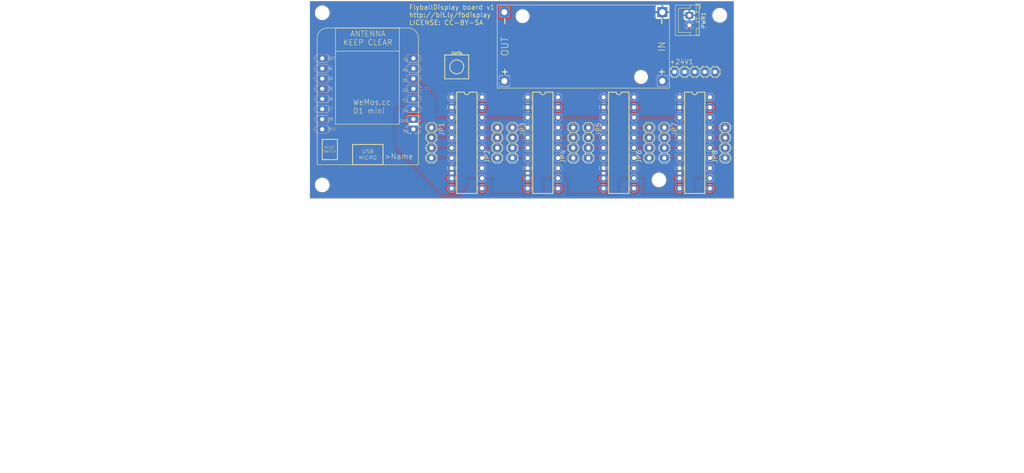
<source format=kicad_pcb>
(kicad_pcb (version 20211014) (generator pcbnew)
  (layers (0 "F.Cu" signal "Top") (31 "B.Cu" signal "Bottom") (34 "B.Paste" user) (35 "F.Paste" user) (36 "B.SilkS" user "B.Silkscreen") (37 "F.SilkS" user "F.Silkscreen") (38 "B.Mask" user) (39 "F.Mask" user) (44 "Edge.Cuts" user))
  (net 0 "")
  (net 1 "GND")
  (net 2 "+5V")
  (net 3 "+24V")
  (net 4 "/LATCH")
  (net 5 "/CLOCK")
  (net 6 "Net-(JP2-Pad1)")
  (net 7 "Net-(JP2-Pad2)")
  (net 8 "Net-(JP2-Pad3)")
  (net 9 "Net-(JP2-Pad4)")
  (net 10 "Net-(U1-Pad18)")
  (net 12 "Net-(JP1-Pad4)")
  (net 13 "Net-(JP1-Pad3)")
  (net 14 "Net-(JP1-Pad2)")
  (net 15 "Net-(JP1-Pad1)")
  (net 16 "Net-(U1-Pad3)")
  (net 18 "Net-(JP4-Pad1)")
  (net 19 "Net-(JP4-Pad2)")
  (net 20 "Net-(JP4-Pad3)")
  (net 21 "Net-(JP4-Pad4)")
  (net 22 "Net-(U2-Pad18)")
  (net 24 "Net-(JP3-Pad4)")
  (net 25 "Net-(JP3-Pad3)")
  (net 26 "Net-(JP3-Pad2)")
  (net 27 "Net-(JP3-Pad1)")
  (net 35 "Net-(S1-PadB2)")
  (net 40 "Net-(JP6-Pad1)")
  (net 41 "Net-(JP6-Pad2)")
  (net 42 "Net-(JP6-Pad3)")
  (net 43 "Net-(JP6-Pad4)")
  (net 44 "Net-(U3-Pad18)")
  (net 46 "Net-(JP5-Pad4)")
  (net 47 "Net-(JP5-Pad3)")
  (net 48 "Net-(JP5-Pad2)")
  (net 49 "Net-(JP5-Pad1)")
  (net 51 "Net-(JP8-Pad1)")
  (net 52 "Net-(JP8-Pad2)")
  (net 53 "Net-(JP8-Pad3)")
  (net 54 "Net-(JP8-Pad4)")
  (net 57 "Net-(JP7-Pad4)")
  (net 58 "Net-(JP7-Pad3)")
  (net 59 "Net-(JP7-Pad2)")
  (net 60 "Net-(JP7-Pad1)")
  (footprint "FlyballDisplay:DIL20" (layer "F.Cu") (at 134.6961 115.7936 -90)
    (fp_text reference "U1")
    (fp_text value "TPIC6B595PTH")
    (pad "1" thru_hole circle locked (at -11.43 3.81) (size 1.9304 1.9304) (drill 1.016) (layers *.Cu *.Mask))
    (pad "2" thru_hole circle locked (at -8.89 3.81) (size 1.9304 1.9304) (drill 1.016) (layers *.Cu *.Mask) (net 2 "+5V"))
    (pad "3" thru_hole circle locked (at -6.35 3.81) (size 1.9304 1.9304) (drill 1.016) (layers *.Cu *.Mask) (net 16 "Net-(U1-Pad3)"))
    (pad "4" thru_hole circle locked (at -3.81 3.81) (size 1.9304 1.9304) (drill 1.016) (layers *.Cu *.Mask) (net 15 "Net-(JP1-Pad1)"))
    (pad "5" thru_hole circle locked (at -1.27 3.81) (size 1.9304 1.9304) (drill 1.016) (layers *.Cu *.Mask) (net 14 "Net-(JP1-Pad2)"))
    (pad "6" thru_hole circle locked (at 1.27 3.81) (size 1.9304 1.9304) (drill 1.016) (layers *.Cu *.Mask) (net 13 "Net-(JP1-Pad3)"))
    (pad "7" thru_hole circle locked (at 3.81 3.81) (size 1.9304 1.9304) (drill 1.016) (layers *.Cu *.Mask) (net 12 "Net-(JP1-Pad4)"))
    (pad "8" thru_hole circle locked (at 6.35 3.81) (size 1.9304 1.9304) (drill 1.016) (layers *.Cu *.Mask) (net 2 "+5V"))
    (pad "9" thru_hole circle locked (at 8.89 3.81) (size 1.9304 1.9304) (drill 1.016) (layers *.Cu *.Mask) (net 1 "GND"))
    (pad "10" thru_hole circle locked (at 11.43 3.81) (size 1.9304 1.9304) (drill 1.016) (layers *.Cu *.Mask) (net 1 "GND"))
    (pad "11" thru_hole circle locked (at 11.43 -3.81) (size 1.9304 1.9304) (drill 1.016) (layers *.Cu *.Mask) (net 1 "GND"))
    (pad "12" thru_hole circle locked (at 8.89 -3.81) (size 1.9304 1.9304) (drill 1.016) (layers *.Cu *.Mask) (net 4 "/LATCH"))
    (pad "13" thru_hole circle locked (at 6.35 -3.81) (size 1.9304 1.9304) (drill 1.016) (layers *.Cu *.Mask) (net 5 "/CLOCK"))
    (pad "14" thru_hole circle locked (at 3.81 -3.81) (size 1.9304 1.9304) (drill 1.016) (layers *.Cu *.Mask) (net 6 "Net-(JP2-Pad1)"))
    (pad "15" thru_hole circle locked (at 1.27 -3.81) (size 1.9304 1.9304) (drill 1.016) (layers *.Cu *.Mask) (net 7 "Net-(JP2-Pad2)"))
    (pad "16" thru_hole circle locked (at -1.27 -3.81) (size 1.9304 1.9304) (drill 1.016) (layers *.Cu *.Mask) (net 8 "Net-(JP2-Pad3)"))
    (pad "17" thru_hole circle locked (at -3.81 -3.81) (size 1.9304 1.9304) (drill 1.016) (layers *.Cu *.Mask) (net 9 "Net-(JP2-Pad4)"))
    (pad "18" thru_hole circle locked (at -6.35 -3.81) (size 1.9304 1.9304) (drill 1.016) (layers *.Cu *.Mask) (net 10 "Net-(U1-Pad18)"))
    (pad "19" thru_hole circle locked (at -8.89 -3.81) (size 1.9304 1.9304) (drill 1.016) (layers *.Cu *.Mask) (net 1 "GND"))
    (pad "20" thru_hole circle locked (at -11.43 -3.81) (size 1.9304 1.9304) (drill 1.016) (layers *.Cu *.Mask))
  )
  (footprint "FlyballDisplay:DIL20" (layer "F.Cu") (at 153.7461 115.7936 -90)
    (fp_text reference "U2")
    (fp_text value "TPIC6B595PTH")
    (pad "1" thru_hole circle locked (at -11.43 3.81) (size 1.9304 1.9304) (drill 1.016) (layers *.Cu *.Mask))
    (pad "2" thru_hole circle locked (at -8.89 3.81) (size 1.9304 1.9304) (drill 1.016) (layers *.Cu *.Mask) (net 2 "+5V"))
    (pad "3" thru_hole circle locked (at -6.35 3.81) (size 1.9304 1.9304) (drill 1.016) (layers *.Cu *.Mask) (net 10 "Net-(U1-Pad18)"))
    (pad "4" thru_hole circle locked (at -3.81 3.81) (size 1.9304 1.9304) (drill 1.016) (layers *.Cu *.Mask) (net 27 "Net-(JP3-Pad1)"))
    (pad "5" thru_hole circle locked (at -1.27 3.81) (size 1.9304 1.9304) (drill 1.016) (layers *.Cu *.Mask) (net 26 "Net-(JP3-Pad2)"))
    (pad "6" thru_hole circle locked (at 1.27 3.81) (size 1.9304 1.9304) (drill 1.016) (layers *.Cu *.Mask) (net 25 "Net-(JP3-Pad3)"))
    (pad "7" thru_hole circle locked (at 3.81 3.81) (size 1.9304 1.9304) (drill 1.016) (layers *.Cu *.Mask) (net 24 "Net-(JP3-Pad4)"))
    (pad "8" thru_hole circle locked (at 6.35 3.81) (size 1.9304 1.9304) (drill 1.016) (layers *.Cu *.Mask) (net 2 "+5V"))
    (pad "9" thru_hole circle locked (at 8.89 3.81) (size 1.9304 1.9304) (drill 1.016) (layers *.Cu *.Mask) (net 1 "GND"))
    (pad "10" thru_hole circle locked (at 11.43 3.81) (size 1.9304 1.9304) (drill 1.016) (layers *.Cu *.Mask) (net 1 "GND"))
    (pad "11" thru_hole circle locked (at 11.43 -3.81) (size 1.9304 1.9304) (drill 1.016) (layers *.Cu *.Mask) (net 1 "GND"))
    (pad "12" thru_hole circle locked (at 8.89 -3.81) (size 1.9304 1.9304) (drill 1.016) (layers *.Cu *.Mask) (net 4 "/LATCH"))
    (pad "13" thru_hole circle locked (at 6.35 -3.81) (size 1.9304 1.9304) (drill 1.016) (layers *.Cu *.Mask) (net 5 "/CLOCK"))
    (pad "14" thru_hole circle locked (at 3.81 -3.81) (size 1.9304 1.9304) (drill 1.016) (layers *.Cu *.Mask) (net 18 "Net-(JP4-Pad1)"))
    (pad "15" thru_hole circle locked (at 1.27 -3.81) (size 1.9304 1.9304) (drill 1.016) (layers *.Cu *.Mask) (net 19 "Net-(JP4-Pad2)"))
    (pad "16" thru_hole circle locked (at -1.27 -3.81) (size 1.9304 1.9304) (drill 1.016) (layers *.Cu *.Mask) (net 20 "Net-(JP4-Pad3)"))
    (pad "17" thru_hole circle locked (at -3.81 -3.81) (size 1.9304 1.9304) (drill 1.016) (layers *.Cu *.Mask) (net 21 "Net-(JP4-Pad4)"))
    (pad "18" thru_hole circle locked (at -6.35 -3.81) (size 1.9304 1.9304) (drill 1.016) (layers *.Cu *.Mask) (net 22 "Net-(U2-Pad18)"))
    (pad "19" thru_hole circle locked (at -8.89 -3.81) (size 1.9304 1.9304) (drill 1.016) (layers *.Cu *.Mask) (net 1 "GND"))
    (pad "20" thru_hole circle locked (at -11.43 -3.81) (size 1.9304 1.9304) (drill 1.016) (layers *.Cu *.Mask))
  )
  (footprint "FlyballDisplay:WEMOS-D1-MINI" (layer "F.Cu") (at 108.585 102.235)
    (fp_text reference "WEMOS1" hide)
    (fp_text value "WEMOS-D1-MINI" hide)
    (fp_text user "ANTENNA\nKEEP CLEAR" (at 1.27 -12.7) (layer "F.SilkS") (effects (font (size 1.35128 1.35128) (thickness 0.113792))))
    (fp_text user "5V" (at 11.43 10.16) (layer "F.SilkS") (effects (font (size 0.7239 0.7239) (thickness 0.06096)) (justify right top)))
    (fp_text user "D8" (at -8.89 7.62) (layer "F.SilkS") (effects (font (size 0.7239 0.7239) (thickness 0.06096)) (justify left)))
    (fp_text user "A0" (at -8.89 -5.08) (layer "F.SilkS") (effects (font (size 0.7239 0.7239) (thickness 0.06096)) (justify left)))
    (fp_text user "3V3" (at -8.89 10.16) (layer "F.SilkS") (effects (font (size 0.7239 0.7239) (thickness 0.06096)) (justify left)))
    (fp_text user "RST" (at -8.89 -7.62) (layer "F.SilkS") (effects (font (size 0.7239 0.7239) (thickness 0.06096)) (justify left)))
    (fp_text user "RX" (at 11.43 -5.08) (layer "F.SilkS") (effects (font (size 0.7239 0.7239) (thickness 0.06096)) (justify right top)))
    (fp_text user ">Name" (at 12.7 17.78) (layer "F.SilkS") (effects (font (size 1.35128 1.35128) (thickness 0.113792)) (justify right bottom)))
    (fp_text user "GND" (at 11.43 7.62) (layer "F.SilkS") (effects (font (size 0.7239 0.7239) (thickness 0.06096)) (justify right top)))
    (fp_text user "D6" (at -8.89 2.54) (layer "F.SilkS") (effects (font (size 0.7239 0.7239) (thickness 0.06096)) (justify left)))
    (fp_text user "RESET\nSWITCH" (at -8.255 15.24) (layer "F.SilkS") (effects (font (size 0.60325 0.60325) (thickness 0.0508))))
    (fp_text user "D1" (at 11.43 -2.54) (layer "F.SilkS") (effects (font (size 0.7239 0.7239) (thickness 0.06096)) (justify right top)))
    (fp_text user "D4" (at 11.43 5.08) (layer "F.SilkS") (effects (font (size 0.7239 0.7239) (thickness 0.06096)) (justify right top)))
    (fp_text user "D3" (at 11.43 2.54) (layer "F.SilkS") (effects (font (size 0.7239 0.7239) (thickness 0.06096)) (justify right top)))
    (fp_text user "WeMos.cc\nD1 mini" (at -2.54 6.35) (layer "F.SilkS") (effects (font (size 1.35128 1.35128) (thickness 0.113792)) (justify left bottom)))
    (fp_text user "D2" (at 11.43 0) (layer "F.SilkS") (effects (font (size 0.7239 0.7239) (thickness 0.06096)) (justify right top)))
    (fp_text user "D0" (at -8.89 -2.54) (layer "F.SilkS") (effects (font (size 0.7239 0.7239) (thickness 0.06096)) (justify left)))
    (fp_text user "USB\nMICRO" (at 1.27 16.51) (layer "F.SilkS") (effects (font (size 0.9652 0.9652) (thickness 0.08128))))
    (fp_text user "TX" (at 11.43 -7.62) (layer "F.SilkS") (effects (font (size 0.7239 0.7239) (thickness 0.06096)) (justify right top)))
    (fp_text user "D7" (at -8.89 5.08) (layer "F.SilkS") (effects (font (size 0.7239 0.7239) (thickness 0.06096)) (justify left)))
    (fp_text user "D5" (at -8.89 0) (layer "F.SilkS") (effects (font (size 0.7239 0.7239) (thickness 0.06096)) (justify left)))
    (pad "3V3" thru_hole oval locked (at -10.16 10.16 180) (size 3.6576 1.8288) (drill 1.016) (layers *.Cu *.Mask))
    (pad "5V" thru_hole oval locked (at 12.7 10.16) (size 3.6576 1.8288) (drill 1.016) (layers *.Cu *.Mask) (net 2 "+5V"))
    (pad "A0" thru_hole oval locked (at -10.16 -5.08 180) (size 3.6576 1.8288) (drill 1.016) (layers *.Cu *.Mask))
    (pad "D0" thru_hole oval locked (at -10.16 -2.54 180) (size 3.6576 1.8288) (drill 1.016) (layers *.Cu *.Mask))
    (pad "D1" thru_hole oval locked (at 12.7 -2.54) (size 3.6576 1.8288) (drill 1.016) (layers *.Cu *.Mask) (net 16 "Net-(U1-Pad3)"))
    (pad "D2" thru_hole oval locked (at 12.7 0) (size 3.6576 1.8288) (drill 1.016) (layers *.Cu *.Mask) (net 5 "/CLOCK"))
    (pad "D3" thru_hole oval locked (at 12.7 2.54) (size 3.6576 1.8288) (drill 1.016) (layers *.Cu *.Mask) (net 4 "/LATCH"))
    (pad "D4" thru_hole oval locked (at 12.7 5.08) (size 3.6576 1.8288) (drill 1.016) (layers *.Cu *.Mask))
    (pad "D5" thru_hole oval locked (at -10.16 0 180) (size 3.6576 1.8288) (drill 1.016) (layers *.Cu *.Mask))
    (pad "D6" thru_hole oval locked (at -10.16 2.54 180) (size 3.6576 1.8288) (drill 1.016) (layers *.Cu *.Mask))
    (pad "D7" thru_hole oval locked (at -10.16 5.08 180) (size 3.6576 1.8288) (drill 1.016) (layers *.Cu *.Mask))
    (pad "D8" thru_hole oval locked (at -10.16 7.62 180) (size 3.6576 1.8288) (drill 1.016) (layers *.Cu *.Mask) (net 35 "Net-(S1-PadB2)"))
    (pad "GND" thru_hole oval locked (at 12.7 7.62) (size 3.6576 1.8288) (drill 1.016) (layers *.Cu *.Mask) (net 1 "GND"))
    (pad "RESET" thru_hole oval locked (at -10.16 -7.62 180) (size 3.6576 1.8288) (drill 1.016) (layers *.Cu *.Mask))
    (pad "RX" thru_hole oval locked (at 12.7 -5.08) (size 3.6576 1.8288) (drill 1.016) (layers *.Cu *.Mask))
    (pad "TX" thru_hole oval locked (at 12.7 -7.62) (size 3.6576 1.8288) (drill 1.016) (layers *.Cu *.Mask))
  )
  (footprint "FlyballDisplay:1X04" (layer "F.Cu") (at 125.8061 115.7936 -90)
    (fp_text reference "JP1" (at -5.1562 -1.8288 -90) (layer "F.SilkS") (effects (font (size 1.2065 1.2065) (thickness 0.127)) (justify right top)))
    (fp_text value "PINHD-1X4")
    (pad "1" thru_hole oval locked (at -3.81 0) (size 3.032 1.516) (drill 1.016) (layers *.Cu *.Mask) (net 15 "Net-(JP1-Pad1)"))
    (pad "2" thru_hole oval locked (at -1.27 0) (size 3.032 1.516) (drill 1.016) (layers *.Cu *.Mask) (net 14 "Net-(JP1-Pad2)"))
    (pad "3" thru_hole oval locked (at 1.27 0) (size 3.032 1.516) (drill 1.016) (layers *.Cu *.Mask) (net 13 "Net-(JP1-Pad3)"))
    (pad "4" thru_hole oval locked (at 3.81 0) (size 3.032 1.516) (drill 1.016) (layers *.Cu *.Mask) (net 12 "Net-(JP1-Pad4)"))
  )
  (footprint "FlyballDisplay:1X04" (layer "F.Cu") (at 142.3161 115.7936 90)
    (fp_text reference "JP2" (at -5.1562 -1.8288 90) (layer "F.SilkS") (effects (font (size 1.2065 1.2065) (thickness 0.127)) (justify left bottom)))
    (fp_text value "PINHD-1X4")
    (pad "1" thru_hole oval locked (at -3.81 0 180) (size 3.032 1.516) (drill 1.016) (layers *.Cu *.Mask) (net 6 "Net-(JP2-Pad1)"))
    (pad "2" thru_hole oval locked (at -1.27 0 180) (size 3.032 1.516) (drill 1.016) (layers *.Cu *.Mask) (net 7 "Net-(JP2-Pad2)"))
    (pad "3" thru_hole oval locked (at 1.27 0 180) (size 3.032 1.516) (drill 1.016) (layers *.Cu *.Mask) (net 8 "Net-(JP2-Pad3)"))
    (pad "4" thru_hole oval locked (at 3.81 0 180) (size 3.032 1.516) (drill 1.016) (layers *.Cu *.Mask) (net 9 "Net-(JP2-Pad4)"))
  )
  (footprint "FlyballDisplay:1X04" (layer "F.Cu") (at 146.1261 115.7936 -90)
    (fp_text reference "JP3" (at -5.1562 -1.8288 -90) (layer "F.SilkS") (effects (font (size 1.2065 1.2065) (thickness 0.127)) (justify right top)))
    (fp_text value "PINHD-1X4")
    (pad "1" thru_hole oval locked (at -3.81 0) (size 3.032 1.516) (drill 1.016) (layers *.Cu *.Mask) (net 27 "Net-(JP3-Pad1)"))
    (pad "2" thru_hole oval locked (at -1.27 0) (size 3.032 1.516) (drill 1.016) (layers *.Cu *.Mask) (net 26 "Net-(JP3-Pad2)"))
    (pad "3" thru_hole oval locked (at 1.27 0) (size 3.032 1.516) (drill 1.016) (layers *.Cu *.Mask) (net 25 "Net-(JP3-Pad3)"))
    (pad "4" thru_hole oval locked (at 3.81 0) (size 3.032 1.516) (drill 1.016) (layers *.Cu *.Mask) (net 24 "Net-(JP3-Pad4)"))
  )
  (footprint "FlyballDisplay:1X04" (layer "F.Cu") (at 161.3661 115.7936 90)
    (fp_text reference "JP4" (at -5.1562 -1.8288 90) (layer "F.SilkS") (effects (font (size 1.2065 1.2065) (thickness 0.127)) (justify left bottom)))
    (fp_text value "PINHD-1X4")
    (pad "1" thru_hole oval locked (at -3.81 0 180) (size 3.032 1.516) (drill 1.016) (layers *.Cu *.Mask) (net 18 "Net-(JP4-Pad1)"))
    (pad "2" thru_hole oval locked (at -1.27 0 180) (size 3.032 1.516) (drill 1.016) (layers *.Cu *.Mask) (net 19 "Net-(JP4-Pad2)"))
    (pad "3" thru_hole oval locked (at 1.27 0 180) (size 3.032 1.516) (drill 1.016) (layers *.Cu *.Mask) (net 20 "Net-(JP4-Pad3)"))
    (pad "4" thru_hole oval locked (at 3.81 0 180) (size 3.032 1.516) (drill 1.016) (layers *.Cu *.Mask) (net 21 "Net-(JP4-Pad4)"))
  )
  (footprint "FlyballDisplay:DIL20" (layer "F.Cu") (at 172.7961 115.7936 -90)
    (fp_text reference "U3")
    (fp_text value "TPIC6B595PTH")
    (pad "1" thru_hole circle locked (at -11.43 3.81) (size 1.9304 1.9304) (drill 1.016) (layers *.Cu *.Mask))
    (pad "2" thru_hole circle locked (at -8.89 3.81) (size 1.9304 1.9304) (drill 1.016) (layers *.Cu *.Mask) (net 2 "+5V"))
    (pad "3" thru_hole circle locked (at -6.35 3.81) (size 1.9304 1.9304) (drill 1.016) (layers *.Cu *.Mask) (net 22 "Net-(U2-Pad18)"))
    (pad "4" thru_hole circle locked (at -3.81 3.81) (size 1.9304 1.9304) (drill 1.016) (layers *.Cu *.Mask) (net 49 "Net-(JP5-Pad1)"))
    (pad "5" thru_hole circle locked (at -1.27 3.81) (size 1.9304 1.9304) (drill 1.016) (layers *.Cu *.Mask) (net 48 "Net-(JP5-Pad2)"))
    (pad "6" thru_hole circle locked (at 1.27 3.81) (size 1.9304 1.9304) (drill 1.016) (layers *.Cu *.Mask) (net 47 "Net-(JP5-Pad3)"))
    (pad "7" thru_hole circle locked (at 3.81 3.81) (size 1.9304 1.9304) (drill 1.016) (layers *.Cu *.Mask) (net 46 "Net-(JP5-Pad4)"))
    (pad "8" thru_hole circle locked (at 6.35 3.81) (size 1.9304 1.9304) (drill 1.016) (layers *.Cu *.Mask) (net 2 "+5V"))
    (pad "9" thru_hole circle locked (at 8.89 3.81) (size 1.9304 1.9304) (drill 1.016) (layers *.Cu *.Mask) (net 1 "GND"))
    (pad "10" thru_hole circle locked (at 11.43 3.81) (size 1.9304 1.9304) (drill 1.016) (layers *.Cu *.Mask) (net 1 "GND"))
    (pad "11" thru_hole circle locked (at 11.43 -3.81) (size 1.9304 1.9304) (drill 1.016) (layers *.Cu *.Mask) (net 1 "GND"))
    (pad "12" thru_hole circle locked (at 8.89 -3.81) (size 1.9304 1.9304) (drill 1.016) (layers *.Cu *.Mask) (net 4 "/LATCH"))
    (pad "13" thru_hole circle locked (at 6.35 -3.81) (size 1.9304 1.9304) (drill 1.016) (layers *.Cu *.Mask) (net 5 "/CLOCK"))
    (pad "14" thru_hole circle locked (at 3.81 -3.81) (size 1.9304 1.9304) (drill 1.016) (layers *.Cu *.Mask) (net 40 "Net-(JP6-Pad1)"))
    (pad "15" thru_hole circle locked (at 1.27 -3.81) (size 1.9304 1.9304) (drill 1.016) (layers *.Cu *.Mask) (net 41 "Net-(JP6-Pad2)"))
    (pad "16" thru_hole circle locked (at -1.27 -3.81) (size 1.9304 1.9304) (drill 1.016) (layers *.Cu *.Mask) (net 42 "Net-(JP6-Pad3)"))
    (pad "17" thru_hole circle locked (at -3.81 -3.81) (size 1.9304 1.9304) (drill 1.016) (layers *.Cu *.Mask) (net 43 "Net-(JP6-Pad4)"))
    (pad "18" thru_hole circle locked (at -6.35 -3.81) (size 1.9304 1.9304) (drill 1.016) (layers *.Cu *.Mask) (net 44 "Net-(U3-Pad18)"))
    (pad "19" thru_hole circle locked (at -8.89 -3.81) (size 1.9304 1.9304) (drill 1.016) (layers *.Cu *.Mask) (net 1 "GND"))
    (pad "20" thru_hole circle locked (at -11.43 -3.81) (size 1.9304 1.9304) (drill 1.016) (layers *.Cu *.Mask))
  )
  (footprint "FlyballDisplay:1X04" (layer "F.Cu") (at 165.1761 115.7936 -90)
    (fp_text reference "JP5" (at -5.1562 -1.8288 -90) (layer "F.SilkS") (effects (font (size 1.2065 1.2065) (thickness 0.127)) (justify right top)))
    (fp_text value "PINHD-1X4")
    (pad "1" thru_hole oval locked (at -3.81 0) (size 3.032 1.516) (drill 1.016) (layers *.Cu *.Mask) (net 49 "Net-(JP5-Pad1)"))
    (pad "2" thru_hole oval locked (at -1.27 0) (size 3.032 1.516) (drill 1.016) (layers *.Cu *.Mask) (net 48 "Net-(JP5-Pad2)"))
    (pad "3" thru_hole oval locked (at 1.27 0) (size 3.032 1.516) (drill 1.016) (layers *.Cu *.Mask) (net 47 "Net-(JP5-Pad3)"))
    (pad "4" thru_hole oval locked (at 3.81 0) (size 3.032 1.516) (drill 1.016) (layers *.Cu *.Mask) (net 46 "Net-(JP5-Pad4)"))
  )
  (footprint "FlyballDisplay:1X04" (layer "F.Cu") (at 180.4161 115.7936 90)
    (fp_text reference "JP6" (at -5.1562 -1.8288 90) (layer "F.SilkS") (effects (font (size 1.2065 1.2065) (thickness 0.127)) (justify left bottom)))
    (fp_text value "PINHD-1X4")
    (pad "1" thru_hole oval locked (at -3.81 0 180) (size 3.032 1.516) (drill 1.016) (layers *.Cu *.Mask) (net 40 "Net-(JP6-Pad1)"))
    (pad "2" thru_hole oval locked (at -1.27 0 180) (size 3.032 1.516) (drill 1.016) (layers *.Cu *.Mask) (net 41 "Net-(JP6-Pad2)"))
    (pad "3" thru_hole oval locked (at 1.27 0 180) (size 3.032 1.516) (drill 1.016) (layers *.Cu *.Mask) (net 42 "Net-(JP6-Pad3)"))
    (pad "4" thru_hole oval locked (at 3.81 0 180) (size 3.032 1.516) (drill 1.016) (layers *.Cu *.Mask) (net 43 "Net-(JP6-Pad4)"))
  )
  (footprint "FlyballDisplay:DIL20" (layer "F.Cu") (at 191.8461 115.7936 -90)
    (fp_text reference "U4")
    (fp_text value "TPIC6B595PTH")
    (pad "1" thru_hole circle locked (at -11.43 3.81) (size 1.9304 1.9304) (drill 1.016) (layers *.Cu *.Mask))
    (pad "2" thru_hole circle locked (at -8.89 3.81) (size 1.9304 1.9304) (drill 1.016) (layers *.Cu *.Mask) (net 2 "+5V"))
    (pad "3" thru_hole circle locked (at -6.35 3.81) (size 1.9304 1.9304) (drill 1.016) (layers *.Cu *.Mask) (net 44 "Net-(U3-Pad18)"))
    (pad "4" thru_hole circle locked (at -3.81 3.81) (size 1.9304 1.9304) (drill 1.016) (layers *.Cu *.Mask) (net 60 "Net-(JP7-Pad1)"))
    (pad "5" thru_hole circle locked (at -1.27 3.81) (size 1.9304 1.9304) (drill 1.016) (layers *.Cu *.Mask) (net 59 "Net-(JP7-Pad2)"))
    (pad "6" thru_hole circle locked (at 1.27 3.81) (size 1.9304 1.9304) (drill 1.016) (layers *.Cu *.Mask) (net 58 "Net-(JP7-Pad3)"))
    (pad "7" thru_hole circle locked (at 3.81 3.81) (size 1.9304 1.9304) (drill 1.016) (layers *.Cu *.Mask) (net 57 "Net-(JP7-Pad4)"))
    (pad "8" thru_hole circle locked (at 6.35 3.81) (size 1.9304 1.9304) (drill 1.016) (layers *.Cu *.Mask) (net 2 "+5V"))
    (pad "9" thru_hole circle locked (at 8.89 3.81) (size 1.9304 1.9304) (drill 1.016) (layers *.Cu *.Mask) (net 1 "GND"))
    (pad "10" thru_hole circle locked (at 11.43 3.81) (size 1.9304 1.9304) (drill 1.016) (layers *.Cu *.Mask) (net 1 "GND"))
    (pad "11" thru_hole circle locked (at 11.43 -3.81) (size 1.9304 1.9304) (drill 1.016) (layers *.Cu *.Mask) (net 1 "GND"))
    (pad "12" thru_hole circle locked (at 8.89 -3.81) (size 1.9304 1.9304) (drill 1.016) (layers *.Cu *.Mask) (net 4 "/LATCH"))
    (pad "13" thru_hole circle locked (at 6.35 -3.81) (size 1.9304 1.9304) (drill 1.016) (layers *.Cu *.Mask) (net 5 "/CLOCK"))
    (pad "14" thru_hole circle locked (at 3.81 -3.81) (size 1.9304 1.9304) (drill 1.016) (layers *.Cu *.Mask) (net 51 "Net-(JP8-Pad1)"))
    (pad "15" thru_hole circle locked (at 1.27 -3.81) (size 1.9304 1.9304) (drill 1.016) (layers *.Cu *.Mask) (net 52 "Net-(JP8-Pad2)"))
    (pad "16" thru_hole circle locked (at -1.27 -3.81) (size 1.9304 1.9304) (drill 1.016) (layers *.Cu *.Mask) (net 53 "Net-(JP8-Pad3)"))
    (pad "17" thru_hole circle locked (at -3.81 -3.81) (size 1.9304 1.9304) (drill 1.016) (layers *.Cu *.Mask) (net 54 "Net-(JP8-Pad4)"))
    (pad "18" thru_hole circle locked (at -6.35 -3.81) (size 1.9304 1.9304) (drill 1.016) (layers *.Cu *.Mask))
    (pad "19" thru_hole circle locked (at -8.89 -3.81) (size 1.9304 1.9304) (drill 1.016) (layers *.Cu *.Mask) (net 1 "GND"))
    (pad "20" thru_hole circle locked (at -11.43 -3.81) (size 1.9304 1.9304) (drill 1.016) (layers *.Cu *.Mask))
  )
  (footprint "FlyballDisplay:1X04" (layer "F.Cu") (at 184.2261 115.7936 -90)
    (fp_text reference "JP7" (at -5.1562 -1.8288 -90) (layer "F.SilkS") (effects (font (size 1.2065 1.2065) (thickness 0.127)) (justify right top)))
    (fp_text value "PINHD-1X4")
    (pad "1" thru_hole oval locked (at -3.81 0) (size 3.032 1.516) (drill 1.016) (layers *.Cu *.Mask) (net 60 "Net-(JP7-Pad1)"))
    (pad "2" thru_hole oval locked (at -1.27 0) (size 3.032 1.516) (drill 1.016) (layers *.Cu *.Mask) (net 59 "Net-(JP7-Pad2)"))
    (pad "3" thru_hole oval locked (at 1.27 0) (size 3.032 1.516) (drill 1.016) (layers *.Cu *.Mask) (net 58 "Net-(JP7-Pad3)"))
    (pad "4" thru_hole oval locked (at 3.81 0) (size 3.032 1.516) (drill 1.016) (layers *.Cu *.Mask) (net 57 "Net-(JP7-Pad4)"))
  )
  (footprint "FlyballDisplay:1X04" (layer "F.Cu") (at 199.4661 115.7936 90)
    (fp_text reference "JP8" (at -5.1562 -1.8288 90) (layer "F.SilkS") (effects (font (size 1.2065 1.2065) (thickness 0.127)) (justify left bottom)))
    (fp_text value "PINHD-1X4")
    (pad "1" thru_hole oval locked (at -3.81 0 180) (size 3.032 1.516) (drill 1.016) (layers *.Cu *.Mask) (net 51 "Net-(JP8-Pad1)"))
    (pad "2" thru_hole oval locked (at -1.27 0 180) (size 3.032 1.516) (drill 1.016) (layers *.Cu *.Mask) (net 52 "Net-(JP8-Pad2)"))
    (pad "3" thru_hole oval locked (at 1.27 0 180) (size 3.032 1.516) (drill 1.016) (layers *.Cu *.Mask) (net 53 "Net-(JP8-Pad3)"))
    (pad "4" thru_hole oval locked (at 3.81 0 180) (size 3.032 1.516) (drill 1.016) (layers *.Cu *.Mask) (net 54 "Net-(JP8-Pad4)"))
  )
  (footprint "FlyballDisplay:DC-DC-STEP-DOWN-LM2596" (layer "F.Cu") (at 163.9061 91.6636 180)
    (fp_text reference "U$1" hide)
    (fp_text value "DC-DC-STEP-DOWN-LM2596")
    (fp_text user "OUT" (at 19.685 0 270) (layer "F.SilkS") (effects (font (size 1.6891 1.6891) (thickness 0.14224))))
    (fp_text user "IN" (at -19.685 0 270) (layer "F.SilkS") (effects (font (size 1.6891 1.6891) (thickness 0.14224))))
    (pad "" np_thru_hole circle locked (at 15.24 7.62 180) (size 3 3) (drill 3) (layers *.Cu *.Mask))
    (pad "" np_thru_hole circle locked (at -14.478 -7.62 180) (size 3 3) (drill 3) (layers *.Cu *.Mask))
    (pad "IN+" thru_hole rect locked (at -19.812 -8.636 180) (size 2.5 2.5) (drill 1.5) (layers *.Cu *.Mask) (net 3 "+24V"))
    (pad "IN-" thru_hole rect locked (at -19.812 8.636 180) (size 2.5 2.5) (drill 1.5) (layers *.Cu *.Mask) (net 1 "GND"))
    (pad "OUT+" thru_hole rect locked (at 19.812 -8.636 180) (size 2.5 2.5) (drill 1.5) (layers *.Cu *.Mask) (net 2 "+5V"))
    (pad "OUT-" thru_hole rect locked (at 19.812 8.636 180) (size 2.5 2.5) (drill 1.5) (layers *.Cu *.Mask) (net 1 "GND"))
  )
  (footprint "FlyballDisplay:1X05" (layer "F.Cu") (at 191.8461 98.0136)
    (fp_text reference "+24V1" (at -6.4262 -1.8288) (layer "F.SilkS") (effects (font (size 1.2065 1.2065) (thickness 0.127)) (justify left bottom)))
    (fp_text value "PINHD-1X5")
    (pad "1" thru_hole oval locked (at -5.08 0 90) (size 3.032 1.516) (drill 1.016) (layers *.Cu *.Mask) (net 3 "+24V"))
    (pad "2" thru_hole oval locked (at -2.54 0 90) (size 3.032 1.516) (drill 1.016) (layers *.Cu *.Mask) (net 3 "+24V"))
    (pad "3" thru_hole oval locked (at 0 0 90) (size 3.032 1.516) (drill 1.016) (layers *.Cu *.Mask) (net 3 "+24V"))
    (pad "4" thru_hole oval locked (at 2.54 0 90) (size 3.032 1.516) (drill 1.016) (layers *.Cu *.Mask) (net 3 "+24V"))
    (pad "5" thru_hole oval locked (at 5.08 0 90) (size 3.032 1.516) (drill 1.016) (layers *.Cu *.Mask) (net 3 "+24V"))
  )
  (footprint "FlyballDisplay:A4L-LOC" (layer "F.Cu") (at 17.8561 198.3436)
    (fp_text reference "U$2" hide)
    (fp_text value "" hide)
  )
  (footprint "MountingHole:MountingHole_3.2mm_M3_ISO7380" (layer "F.Cu") (at 98.425 83.185)
    (fp_text reference "REF**" hide)
    (fp_text value "MountingHole_3.2mm_M3_ISO7380" hide)
    (pad "" np_thru_hole circle locked (at 0 0) (size 3.2 3.2) (drill 3.2) (layers *.Cu *.Mask))
  )
  (footprint "MountingHole:MountingHole_3.2mm_M3_ISO7380" (layer "F.Cu") (at 198.12 83.82)
    (fp_text reference "REF**" hide)
    (fp_text value "MountingHole_3.2mm_M3_ISO7380" hide)
    (pad "" np_thru_hole circle locked (at 0 0) (size 3.2 3.2) (drill 3.2) (layers *.Cu *.Mask))
  )
  (footprint "MountingHole:MountingHole_3.2mm_M3_ISO7380" (layer "F.Cu") (at 98.425 126.365)
    (fp_text reference "REF**" hide)
    (fp_text value "MountingHole_3.2mm_M3_ISO7380" hide)
    (pad "" np_thru_hole circle locked (at 0 0) (size 3.2 3.2) (drill 3.2) (layers *.Cu *.Mask))
  )
  (footprint "MountingHole:MountingHole_3.2mm_M3_ISO7380" (layer "F.Cu") (at 182.88 125.095)
    (fp_text reference "REF**" hide)
    (fp_text value "MountingHole_3.2mm_M3_ISO7380" hide)
    (pad "" np_thru_hole circle locked (at 0 0) (size 3.2 3.2) (drill 3.2) (layers *.Cu *.Mask))
  )
  (footprint "FlyballDisplay:TACTILE_SWITCH_SMD_6.2MM_TALL" (layer "F.Cu") (at 132.1561 96.7436)
    (fp_text reference "S1" hide)
    (fp_text value "MOMENTARY-SWITCH-SPST-SMD-6.2MM-TALL" hide)
    (fp_text user "Config" (at 0 -3.175) (layer "F.SilkS") (effects (font (size 0.57912 0.57912) (thickness 0.12192)) (justify bottom)))
    (pad "A1" smd rect locked (at -3.975 2.25 90) (size 1.3 1.55) (layers "F.Cu" "F.Paste" "F.Mask"))
    (pad "A2" smd rect locked (at 3.975 2.25 90) (size 1.3 1.55) (layers "F.Cu" "F.Paste" "F.Mask") (net 2 "+5V"))
    (pad "B1" smd rect locked (at -3.975 -2.25 90) (size 1.3 1.55) (layers "F.Cu" "F.Paste" "F.Mask"))
    (pad "B2" smd rect locked (at 3.975 -2.25 90) (size 1.3 1.55) (layers "F.Cu" "F.Paste" "F.Mask") (net 35 "Net-(S1-PadB2)"))
  )
  (footprint "Connector_JST:JST_XH_B2B-XH-A_1x02_P2.50mm_Vertical" (layer "F.Cu") (at 190.5 83.82 -90)
    (fp_text reference "PWR1" (at 1.25 -3.55 90) (layer "F.SilkS"))
    (fp_text value "02-JST")
    (pad "1" thru_hole roundrect (at 0 0 270) (size 1.7 2) (drill 1) (layers *.Cu *.Mask) (roundrect_rratio 0.1470588235) (net 1 "GND"))
    (pad "2" thru_hole oval (at 2.5 0 270) (size 1.7 2) (drill 1) (layers *.Cu *.Mask) (net 3 "+24V"))
  )
  (gr_line (start 95.3261 129.7636) (end 201.6761 129.7636) (layer "Edge.Cuts") (width 0.05))
  (gr_line (start 201.6761 129.7636) (end 201.6761 80.2436) (layer "Edge.Cuts") (width 0.05))
  (gr_line (start 95.3261 80.2436) (end 95.3261 129.7636) (layer "Edge.Cuts") (width 0.05))
  (gr_line (start 201.6761 80.2436) (end 95.3261 80.2436) (layer "Edge.Cuts") (width 0.05))
  (gr_text "FlyballDisplay board v1\nhttp://bit.ly/fbdisplay\nLICENSE: CC-BY-SA" (at 120.142 86.36) (layer "F.SilkS") (effects (font (size 1.2 1.2) (thickness 0.14224)) (justify left bottom)))
  (segment (start 120.7261 109.4436) (end 121.9961 109.4436) (width 0.4064) (layer "F.Cu") (net 1))
  (segment (start 176.6061 124.6836) (end 179.1461 124.6836) (width 0.4064) (layer "B.Cu") (net 4))
  (segment (start 141.0461 128.6754) (end 153.7461 128.6754) (width 0.4064) (layer "B.Cu") (net 4))
  (segment (start 160.0961 128.6754) (end 172.7961 128.6754) (width 0.4064) (layer "B.Cu") (net 4))
  (segment (start 160.0961 124.6836) (end 160.0961 128.6754) (width 0.4064) (layer "B.Cu") (net 4))
  (segment (start 157.5561 124.6836) (end 160.0961 124.6836) (width 0.4064) (layer "B.Cu") (net 4))
  (segment (start 172.7961 128.6754) (end 172.7961 124.6836) (width 0.4064) (layer "B.Cu") (net 4))
  (segment (start 191.8461 128.6754) (end 191.8461 124.6836) (width 0.4064) (layer "B.Cu") (net 4))
  (segment (start 138.5061 124.6836) (end 141.0461 124.6836) (width 0.4064) (layer "B.Cu") (net 4))
  (segment (start 179.1461 128.6754) (end 191.8461 128.6754) (width 0.4064) (layer "B.Cu") (net 4))
  (segment (start 153.7461 128.6754) (end 153.7461 124.6836) (width 0.4064) (layer "B.Cu") (net 4))
  (segment (start 153.7461 124.6836) (end 157.5561 124.6836) (width 0.4064) (layer "B.Cu") (net 4))
  (segment (start 141.0461 124.6836) (end 141.0461 128.6754) (width 0.4064) (layer "B.Cu") (net 4))
  (segment (start 179.1461 124.6836) (end 179.1461 128.6754) (width 0.4064) (layer "B.Cu") (net 4))
  (segment (start 172.7961 124.6836) (end 176.6061 124.6836) (width 0.4064) (layer "B.Cu") (net 4))
  (segment (start 191.8461 124.6836) (end 195.6561 124.6836) (width 0.4064) (layer "B.Cu") (net 4))
  (segment (start 128.524 129.032) (end 116.586 117.094) (width 0.4064) (layer "B.Cu") (net 4))
  (segment (start 116.586 107.696) (end 119.126 105.156) (width 0.4064) (layer "B.Cu") (net 4))
  (segment (start 119.126 105.156) (end 120.904 105.156) (width 0.4064) (layer "B.Cu") (net 4))
  (segment (start 132.588 129.032) (end 128.524 129.032) (width 0.4064) (layer "B.Cu") (net 4))
  (segment (start 134.6961 126.9239) (end 132.588 129.032) (width 0.4064) (layer "B.Cu") (net 4))
  (segment (start 120.904 105.156) (end 121.285 104.775) (width 0.4064) (layer "B.Cu") (net 4))
  (segment (start 116.586 117.094) (end 116.586 107.696) (width 0.4064) (layer "B.Cu") (net 4))
  (segment (start 134.6961 124.6836) (end 134.6961 126.9239) (width 0.4064) (layer "B.Cu") (net 4))
  (segment (start 138.5061 124.6836) (end 134.6961 124.6836) (width 0.4064) (layer "B.Cu") (net 4))
  (segment (start 134.6961 122.1436) (end 138.5061 122.1436) (width 0.4064) (layer "F.Cu") (net 5))
  (segment (start 191.8461 122.1436) (end 195.6561 122.1436) (width 0.4064) (layer "F.Cu") (net 5))
  (segment (start 128.9811 102.4586) (end 134.6961 102.4586) (width 0.4064) (layer "F.Cu") (net 5))
  (segment (start 172.7961 122.1436) (end 176.6061 122.1436) (width 0.4064) (layer "F.Cu") (net 5))
  (segment (start 134.6961 102.4586) (end 134.6961 122.1436) (width 0.4064) (layer "F.Cu") (net 5))
  (segment (start 153.7461 102.4586) (end 153.7461 122.1436) (width 0.4064) (layer "F.Cu") (net 5))
  (segment (start 172.7961 102.4586) (end 172.7961 122.1436) (width 0.4064) (layer "F.Cu") (net 5))
  (segment (start 153.7461 102.4586) (end 172.7961 102.4586) (width 0.4064) (layer "F.Cu") (net 5))
  (segment (start 172.7961 102.4586) (end 191.8461 102.4586) (width 0.4064) (layer "F.Cu") (net 5))
  (segment (start 153.7461 122.1436) (end 157.5561 122.1436) (width 0.4064) (layer "F.Cu") (net 5))
  (segment (start 191.8461 102.4586) (end 191.8461 122.1436) (width 0.4064) (layer "F.Cu") (net 5))
  (segment (start 134.6961 102.4586) (end 153.7461 102.4586) (width 0.4064) (layer "F.Cu") (net 5))
  (segment (start 128.9811 102.4586) (end 128.7575 102.235) (width 0.4064) (layer "F.Cu") (net 5))
  (segment (start 128.7575 102.235) (end 121.285 102.235) (width 0.4064) (layer "F.Cu") (net 5))
  (segment (start 138.5061 119.6036) (end 142.3161 119.6036) (width 0.4064) (layer "B.Cu") (net 6))
  (segment (start 138.5061 117.0636) (end 142.3161 117.0636) (width 0.4064) (layer "B.Cu") (net 7))
  (segment (start 138.5061 114.5236) (end 142.3161 114.5236) (width 0.4064) (layer "B.Cu") (net 8))
  (segment (start 138.5061 111.9836) (end 142.3161 111.9836) (width 0.4064) (layer "B.Cu") (net 9))
  (segment (start 138.5061 109.4436) (end 149.9361 109.4436) (width 0.4064) (layer "B.Cu") (net 10))
  (segment (start 125.8061 119.6036) (end 130.8861 119.6036) (width 0.4064) (layer "B.Cu") (net 12))
  (segment (start 125.8061 117.0636) (end 130.8861 117.0636) (width 0.4064) (layer "B.Cu") (net 13))
  (segment (start 125.8061 114.5236) (end 130.8861 114.5236) (width 0.4064) (layer "B.Cu") (net 14))
  (segment (start 125.8061 111.9836) (end 130.8861 111.9836) (width 0.4064) (layer "B.Cu") (net 15))
  (segment (start 127.0761 109.4436) (end 127.0761 104.5717) (width 0.4064) (layer "B.Cu") (net 16))
  (segment (start 122.1994 99.695) (end 121.285 99.695) (width 0.4064) (layer "B.Cu") (net 16))
  (segment (start 130.8861 109.4436) (end 127.0761 109.4436) (width 0.4064) (layer "B.Cu") (net 16))
  (segment (start 127.0761 104.5717) (end 122.1994 99.695) (width 0.4064) (layer "B.Cu") (net 16))
  (segment (start 157.5561 119.6036) (end 161.3661 119.6036) (width 0.4064) (layer "B.Cu") (net 18))
  (segment (start 157.5561 117.0636) (end 161.3661 117.0636) (width 0.4064) (layer "B.Cu") (net 19))
  (segment (start 157.5561 114.5236) (end 161.3661 114.5236) (width 0.4064) (layer "B.Cu") (net 20))
  (segment (start 157.5561 111.9836) (end 161.3661 111.9836) (width 0.4064) (layer "B.Cu") (net 21))
  (segment (start 157.5561 109.4436) (end 168.9861 109.4436) (width 0.4064) (layer "B.Cu") (net 22))
  (segment (start 146.1261 119.6036) (end 149.9361 119.6036) (width 0.4064) (layer "B.Cu") (net 24))
  (segment (start 146.1261 117.0636) (end 149.9361 117.0636) (width 0.4064) (layer "B.Cu") (net 25))
  (segment (start 146.1261 114.5236) (end 149.9361 114.5236) (width 0.4064) (layer "B.Cu") (net 26))
  (segment (start 146.1261 111.9836) (end 149.9361 111.9836) (width 0.4064) (layer "B.Cu") (net 27))
  (segment (start 135.9661 94.3286) (end 136.1311 94.4936) (width 0.1524) (layer "F.Cu") (net 35))
  (segment (start 99.3394 109.855) (end 98.425 109.855) (width 0.4064) (layer "F.Cu") (net 35))
  (segment (start 117.7544 91.44) (end 99.3394 109.855) (width 0.4064) (layer "F.Cu") (net 35))
  (segment (start 134.1339 91.44) (end 117.7544 91.44) (width 0.4064) (layer "F.Cu") (net 35))
  (segment (start 136.1311 94.4936) (end 136.1311 93.4372) (width 0.4064) (layer "F.Cu") (net 35))
  (segment (start 136.1311 93.4372) (end 134.1339 91.44) (width 0.4064) (layer "F.Cu") (net 35))
  (segment (start 176.6061 119.6036) (end 180.4161 119.6036) (width 0.4064) (layer "B.Cu") (net 40))
  (segment (start 176.6061 117.0636) (end 180.4161 117.0636) (width 0.4064) (layer "B.Cu") (net 41))
  (segment (start 176.6061 114.5236) (end 180.4161 114.5236) (width 0.4064) (layer "B.Cu") (net 42))
  (segment (start 176.6061 111.9836) (end 180.4161 111.9836) (width 0.4064) (layer "B.Cu") (net 43))
  (segment (start 176.6061 109.4436) (end 188.0361 109.4436) (width 0.4064) (layer "B.Cu") (net 44))
  (segment (start 165.1761 119.6036) (end 168.9861 119.6036) (width 0.4064) (layer "B.Cu") (net 46))
  (segment (start 165.1761 117.0636) (end 168.9861 117.0636) (width 0.4064) (layer "B.Cu") (net 47))
  (segment (start 165.1761 114.5236) (end 168.9861 114.5236) (width 0.4064) (layer "B.Cu") (net 48))
  (segment (start 165.1761 111.9836) (end 168.9861 111.9836) (width 0.4064) (layer "B.Cu") (net 49))
  (segment (start 195.6561 119.6036) (end 199.4661 119.6036) (width 0.4064) (layer "B.Cu") (net 51))
  (segment (start 195.6561 117.0636) (end 199.4661 117.0636) (width 0.4064) (layer "B.Cu") (net 52))
  (segment (start 195.6561 114.5236) (end 199.4661 114.5236) (width 0.4064) (layer "B.Cu") (net 53))
  (segment (start 195.6561 111.9836) (end 199.4661 111.9836) (width 0.4064) (layer "B.Cu") (net 54))
  (segment (start 184.2261 119.6036) (end 188.0361 119.6036) (width 0.4064) (layer "B.Cu") (net 57))
  (segment (start 184.2261 117.0636) (end 188.0361 117.0636) (width 0.4064) (layer "B.Cu") (net 58))
  (segment (start 184.2261 114.5236) (end 188.0361 114.5236) (width 0.4064) (layer "B.Cu") (net 59))
  (segment (start 184.2261 111.9836) (end 188.0361 111.9836) (width 0.4064) (layer "B.Cu") (net 60))
  (zone (net 3) (net_name "+24V") (layer "F.Cu") (priority 6) (connect_pads (clearance 0.000001)) (min_thickness 0.2032) (fill yes (thermal_gap 0.4564) (thermal_bridge_width 0.4564))
    (polygon (pts (xy 199.6693 100.7568) (xy 182.7529 100.7568) (xy 182.7529 85.1104) (xy 199.6693 85.1104)))
  )
  (zone (net 2) (net_name "+5V") (layer "F.Cu") (priority 6) (connect_pads (clearance 0.000001)) (min_thickness 0.2032) (fill yes (thermal_gap 0.4564) (thermal_bridge_width 0.4564))
    (polygon (pts (xy 181.8893 101.6204) (xy 202.2093 101.6204) (xy 202.2093 129.9668) (xy 95.1229 129.9668) (xy 95.1229 80.0304) (xy 181.8893 80.0304)))
  )
  (zone (net 1) (net_name "GND") (layer "B.Cu") (priority 6) (connect_pads (clearance 0.000001)) (min_thickness 0.2032) (fill yes (thermal_gap 0.4564) (thermal_bridge_width 0.4564))
    (polygon (pts (xy 202.2093 129.9668) (xy 95.1229 129.9668) (xy 95.1229 80.0304) (xy 202.2093 80.0304)))
  )
)
</source>
